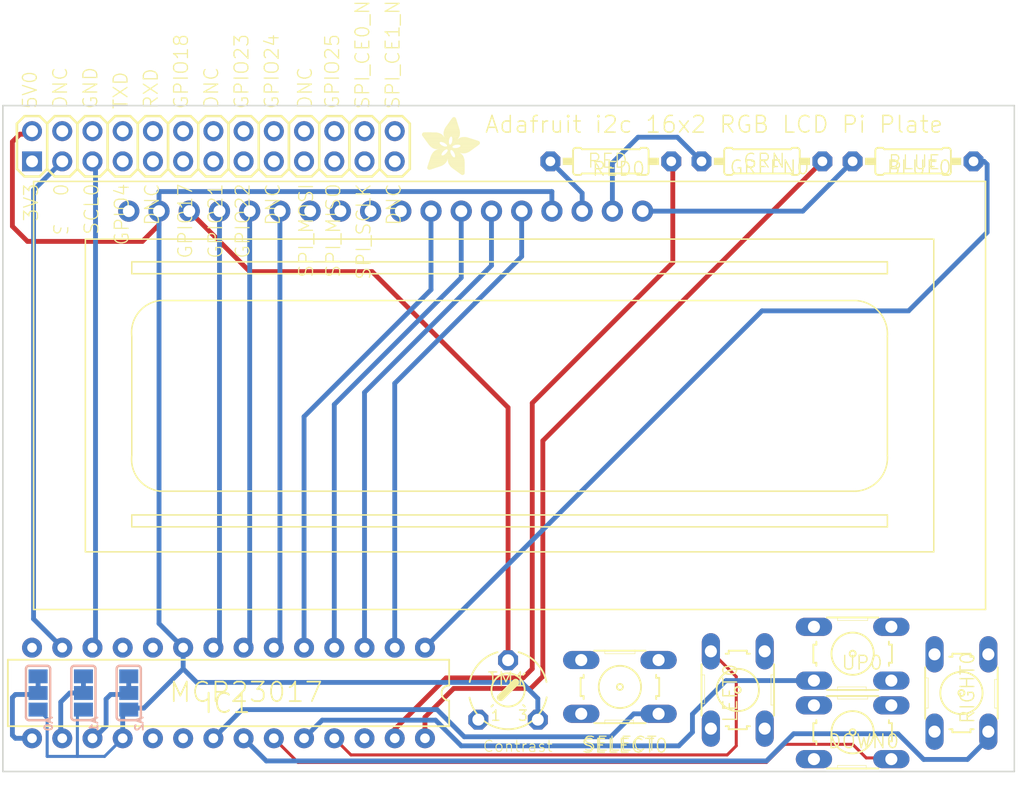
<source format=kicad_pcb>
(kicad_pcb (version 20211014) (generator pcbnew)
  (layers (0 "F.Cu" signal) (1 "In1.Cu" signal) (2 "In2.Cu" signal) (3 "In3.Cu" signal) (4 "In4.Cu" signal) (5 "In5.Cu" signal) (6 "In6.Cu" signal) (7 "In7.Cu" signal) (8 "In8.Cu" signal) (9 "In9.Cu" signal) (10 "In10.Cu" signal) (11 "In11.Cu" signal) (12 "In12.Cu" signal) (13 "In13.Cu" signal) (14 "In14.Cu" signal) (31 "B.Cu" signal) (34 "B.Paste" user) (35 "F.Paste" user) (36 "B.SilkS" user "B.Silkscreen") (37 "F.SilkS" user "F.Silkscreen") (38 "B.Mask" user) (39 "F.Mask" user) (44 "Edge.Cuts" user))
  (net 0 "")
  (net 1 "GND")
  (net 2 "+5V")
  (net 3 "SCL")
  (net 4 "SDA")
  (net 5 "N$2")
  (net 6 "N$3")
  (net 7 "N$4")
  (net 8 "N$5")
  (net 9 "GPA0")
  (net 10 "GPA1")
  (net 11 "GPA2")
  (net 12 "GPA3")
  (net 13 "GPA4")
  (net 14 "GPA6")
  (net 15 "GPA7")
  (net 16 "GPB0")
  (net 17 "GPB1")
  (net 18 "GPB2")
  (net 19 "GPB3")
  (net 20 "GPB4")
  (net 21 "GPB5")
  (net 22 "GPB6")
  (net 23 "GPB7")
  (footprint "boardEagle:DIL28-3-ROUND" (layer "F.Cu") (at 124.9611 126.3996 180)
    (fp_text reference "IC1" (at 2.159 -0.8636) (layer "F.SilkS") (effects (font (size 1.61798 1.61798) (thickness 0.16002)) (justify left)))
    (fp_text value "MCP23017SP2")
    (pad "1" thru_hole circle (at -16.51 3.81 270) (size 1.6764 1.6764) (drill 0.8128) (layers *.Cu *.Mask) (net 16 "GPB0"))
    (pad "2" thru_hole circle (at -13.97 3.81 270) (size 1.6764 1.6764) (drill 0.8128) (layers *.Cu *.Mask) (net 17 "GPB1"))
    (pad "3" thru_hole circle (at -11.43 3.81 270) (size 1.6764 1.6764) (drill 0.8128) (layers *.Cu *.Mask) (net 18 "GPB2"))
    (pad "4" thru_hole circle (at -8.89 3.81 270) (size 1.6764 1.6764) (drill 0.8128) (layers *.Cu *.Mask) (net 19 "GPB3"))
    (pad "5" thru_hole circle (at -6.35 3.81 270) (size 1.6764 1.6764) (drill 0.8128) (layers *.Cu *.Mask) (net 20 "GPB4"))
    (pad "6" thru_hole circle (at -3.81 3.81 270) (size 1.6764 1.6764) (drill 0.8128) (layers *.Cu *.Mask) (net 21 "GPB5"))
    (pad "7" thru_hole circle (at -1.27 3.81 270) (size 1.6764 1.6764) (drill 0.8128) (layers *.Cu *.Mask) (net 22 "GPB6"))
    (pad "8" thru_hole circle (at 1.27 3.81 270) (size 1.6764 1.6764) (drill 0.8128) (layers *.Cu *.Mask) (net 23 "GPB7"))
    (pad "9" thru_hole circle (at 3.81 3.81 270) (size 1.6764 1.6764) (drill 0.8128) (layers *.Cu *.Mask) (net 2 "+5V"))
    (pad "10" thru_hole circle (at 6.35 3.81 270) (size 1.6764 1.6764) (drill 0.8128) (layers *.Cu *.Mask) (net 1 "GND"))
    (pad "11" thru_hole circle (at 8.89 3.81 270) (size 1.6764 1.6764) (drill 0.8128) (layers *.Cu *.Mask))
    (pad "12" thru_hole circle (at 11.43 3.81 270) (size 1.6764 1.6764) (drill 0.8128) (layers *.Cu *.Mask) (net 3 "SCL"))
    (pad "13" thru_hole circle (at 13.97 3.81 270) (size 1.6764 1.6764) (drill 0.8128) (layers *.Cu *.Mask) (net 4 "SDA"))
    (pad "14" thru_hole circle (at 16.51 3.81 270) (size 1.6764 1.6764) (drill 0.8128) (layers *.Cu *.Mask))
    (pad "15" thru_hole circle (at 16.51 -3.81 270) (size 1.6764 1.6764) (drill 0.8128) (layers *.Cu *.Mask) (net 1 "GND"))
    (pad "16" thru_hole circle (at 13.97 -3.81 270) (size 1.6764 1.6764) (drill 0.8128) (layers *.Cu *.Mask) (net 1 "GND"))
    (pad "17" thru_hole circle (at 11.43 -3.81 270) (size 1.6764 1.6764) (drill 0.8128) (layers *.Cu *.Mask) (net 1 "GND"))
    (pad "18" thru_hole circle (at 8.89 -3.81 270) (size 1.6764 1.6764) (drill 0.8128) (layers *.Cu *.Mask) (net 2 "+5V"))
    (pad "19" thru_hole circle (at 6.35 -3.81 270) (size 1.6764 1.6764) (drill 0.8128) (layers *.Cu *.Mask))
    (pad "20" thru_hole circle (at 3.81 -3.81 270) (size 1.6764 1.6764) (drill 0.8128) (layers *.Cu *.Mask))
    (pad "21" thru_hole circle (at 1.27 -3.81 270) (size 1.6764 1.6764) (drill 0.8128) (layers *.Cu *.Mask) (net 9 "GPA0"))
    (pad "22" thru_hole circle (at -1.27 -3.81 270) (size 1.6764 1.6764) (drill 0.8128) (layers *.Cu *.Mask) (net 10 "GPA1"))
    (pad "23" thru_hole circle (at -3.81 -3.81 270) (size 1.6764 1.6764) (drill 0.8128) (layers *.Cu *.Mask) (net 11 "GPA2"))
    (pad "24" thru_hole circle (at -6.35 -3.81 270) (size 1.6764 1.6764) (drill 0.8128) (layers *.Cu *.Mask) (net 12 "GPA3"))
    (pad "25" thru_hole circle (at -8.89 -3.81 270) (size 1.6764 1.6764) (drill 0.8128) (layers *.Cu *.Mask) (net 13 "GPA4"))
    (pad "26" thru_hole circle (at -11.43 -3.81 270) (size 1.6764 1.6764) (drill 0.8128) (layers *.Cu *.Mask))
    (pad "27" thru_hole circle (at -13.97 -3.81 270) (size 1.6764 1.6764) (drill 0.8128) (layers *.Cu *.Mask) (net 14 "GPA6"))
    (pad "28" thru_hole circle (at -16.51 -3.81 270) (size 1.6764 1.6764) (drill 0.8128) (layers *.Cu *.Mask) (net 15 "GPA7"))
  )
  (footprint "boardEagle:0207_10" (layer "F.Cu") (at 182.4921 81.6956)
    (fp_text reference "BLUE0" (at -2.286 0.508) (layer "F.SilkS") (effects (font (size 1.1557 1.1557) (thickness 0.1143)) (justify left)))
    (fp_text value "220")
    (pad "1" thru_hole roundrect (at -5.08 0) (size 1.6764 1.6764) (drill 0.8128) (layers *.Cu *.Mask) (chamfer_ratio 0.2928932188) (chamfer top_left top_right bottom_left bottom_right) (net 5 "N$2"))
    (pad "2" thru_hole roundrect (at 5.08 0) (size 1.6764 1.6764) (drill 0.8128) (layers *.Cu *.Mask) (chamfer_ratio 0.2928932188) (chamfer top_left top_right bottom_left bottom_right) (net 16 "GPB0"))
  )
  (footprint "boardEagle:RASBERRYPI_SHIELD" (layer "F.Cu") (at 191.0011 133.0036 90)
    (fp_text reference "U$4" hide)
    (fp_text value "RASPBERRYPI_BB" hide)
    (fp_text user "GND" (at 55.626 -76.962 90) (layer "F.SilkS") (effects (font (size 1.1684 1.1684) (thickness 0.1016)) (justify left bottom)))
    (fp_text user "SPI_CE1_N" (at 55.626 -51.562 90) (layer "F.SilkS") (effects (font (size 1.1684 1.1684) (thickness 0.1016)) (justify left bottom)))
    (fp_text user "GPIO17" (at 49.53 -70.358 90) (layer "F.SilkS") (effects (font (size 1.1684 1.1684) (thickness 0.1016)) (justify right top)))
    (fp_text user "DNC" (at 49.53 -52.832 90) (layer "F.SilkS") (effects (font (size 1.1684 1.1684) (thickness 0.1016)) (justify right top)))
    (fp_text user "DNC" (at 55.626 -66.802 90) (layer "F.SilkS") (effects (font (size 1.1684 1.1684) (thickness 0.1016)) (justify left bottom)))
    (fp_text user "GPIO25" (at 55.626 -56.642 90) (layer "F.SilkS") (effects (font (size 1.1684 1.1684) (thickness 0.1016)) (justify left bottom)))
    (fp_text user "GPIO4" (at 49.53 -75.692 90) (layer "F.SilkS") (effects (font (size 1.1684 1.1684) (thickness 0.1016)) (justify right top)))
    (fp_text user "GPIO21" (at 49.53 -67.818 90) (layer "F.SilkS") (effects (font (size 1.1684 1.1684) (thickness 0.1016)) (justify right top)))
    (fp_text user "SPI_SCLK" (at 49.53 -55.372 90) (layer "F.SilkS") (effects (font (size 1.1684 1.1684) (thickness 0.1016)) (justify right top)))
    (fp_text user "SCL0" (at 49.53 -78.232 90) (layer "F.SilkS") (effects (font (size 1.1684 1.1684) (thickness 0.1016)) (justify right top)))
    (fp_text user "GPIO22" (at 49.53 -65.532 90) (layer "F.SilkS") (effects (font (size 1.1684 1.1684) (thickness 0.1016)) (justify right top)))
    (fp_text user "TXD" (at 55.626 -74.422 90) (layer "F.SilkS") (effects (font (size 1.1684 1.1684) (thickness 0.1016)) (justify left bottom)))
    (fp_text user "RXD" (at 55.626 -71.882 90) (layer "F.SilkS") (effects (font (size 1.1684 1.1684) (thickness 0.1016)) (justify left bottom)))
    (fp_text user "GPIO18" (at 55.626 -69.342 90) (layer "F.SilkS") (effects (font (size 1.1684 1.1684) (thickness 0.1016)) (justify left bottom)))
    (fp_text user "DNC" (at 49.53 -62.992 90) (layer "F.SilkS") (effects (font (size 1.1684 1.1684) (thickness 0.1016)) (justify right top)))
    (fp_text user "5V0" (at 55.626 -82.042 90) (layer "F.SilkS") (effects (font (size 1.1684 1.1684) (thickness 0.1016)) (justify left bottom)))
    (fp_text user "SPI_MOSI" (at 49.53 -60.198 90) (layer "F.SilkS") (effects (font (size 1.1684 1.1684) (thickness 0.1016)) (justify right top)))
    (fp_text user "DNC" (at 55.626 -58.928 90) (layer "F.SilkS") (effects (font (size 1.1684 1.1684) (thickness 0.1016)) (justify left bottom)))
    (fp_text user "GPIO24" (at 55.626 -61.722 90) (layer "F.SilkS") (effects (font (size 1.1684 1.1684) (thickness 0.1016)) (justify left bottom)))
    (fp_text user "SPI_MISO" (at 49.53 -57.912 90) (layer "F.SilkS") (effects (font (size 1.1684 1.1684) (thickness 0.1016)) (justify right top)))
    (fp_text user "DNC" (at 49.53 -73.152 90) (layer "F.SilkS") (effects (font (size 1.1684 1.1684) (thickness 0.1016)) (justify right top)))
    (fp_text user "3V3" (at 49.53 -83.312 90) (layer "F.SilkS") (effects (font (size 1.1684 1.1684) (thickness 0.1016)) (justify right top)))
    (fp_text user "SPI_CE0_N" (at 55.626 -54.102 90) (layer "F.SilkS") (effects (font (size 1.1684 1.1684) (thickness 0.1016)) (justify left bottom)))
    (fp_text user "DNC" (at 55.626 -79.502 90) (layer "F.SilkS") (effects (font (size 1.1684 1.1684) (thickness 0.1016)) (justify left bottom)))
    (fp_text user "GPIO23" (at 55.626 -64.262 90) (layer "F.SilkS") (effects (font (size 1.1684 1.1684) (thickness 0.1016)) (justify left bottom)))
    (fp_text user "SDA0" (at 49.53 -80.772 90) (layer "F.SilkS") (effects (font (size 1.1684 1.1684) (thickness 0.1016)) (justify right top)))
    (fp_line (start 0 -85) (end 56 -85) (layer "Edge.Cuts") (width 0.127))
    (fp_line (start 56 0) (end 0 0) (layer "Edge.Cuts") (width 0.127))
    (fp_line (start 0 0) (end 0 -85) (layer "Edge.Cuts") (width 0.127))
    (fp_line (start 56 -85) (end 56 0) (layer "Edge.Cuts") (width 0.127))
    (pad "1" thru_hole rect (at 51.308 -82.55) (size 1.6764 1.6764) (drill 1) (layers *.Cu *.Mask))
    (pad "2" thru_hole circle (at 53.848 -82.55) (size 1.6764 1.6764) (drill 1) (layers *.Cu *.Mask) (net 2 "+5V"))
    (pad "3" thru_hole circle (at 51.308 -80.01) (size 1.6764 1.6764) (drill 1) (layers *.Cu *.Mask) (net 4 "SDA"))
    (pad "4" thru_hole circle (at 53.848 -80.01) (size 1.6764 1.6764) (drill 1) (layers *.Cu *.Mask))
    (pad "5" thru_hole circle (at 51.308 -77.47) (size 1.6764 1.6764) (drill 1) (layers *.Cu *.Mask) (net 3 "SCL"))
    (pad "6" thru_hole circle (at 53.848 -77.47) (size 1.6764 1.6764) (drill 1) (layers *.Cu *.Mask) (net 1 "GND"))
    (pad "7" thru_hole circle (at 51.308 -74.93) (size 1.6764 1.6764) (drill 1) (layers *.Cu *.Mask))
    (pad "8" thru_hole circle (at 53.848 -74.93) (size 1.6764 1.6764) (drill 1) (layers *.Cu *.Mask))
    (pad "9" thru_hole circle (at 51.308 -72.39) (size 1.6764 1.6764) (drill 1) (layers *.Cu *.Mask))
    (pad "10" thru_hole circle (at 53.848 -72.39) (size 1.6764 1.6764) (drill 1) (layers *.Cu *.Mask))
    (pad "11" thru_hole circle (at 51.308 -69.85) (size 1.6764 1.6764) (drill 1) (layers *.Cu *.Mask))
    (pad "12" thru_hole circle (at 53.848 -69.85) (size 1.6764 1.6764) (drill 1) (layers *.Cu *.Mask))
    (pad "13" thru_hole circle (at 51.308 -67.31) (size 1.6764 1.6764) (drill 1) (layers *.Cu *.Mask))
    (pad "14" thru_hole circle (at 53.848 -67.31) (size 1.6764 1.6764) (drill 1) (layers *.Cu *.Mask))
    (pad "15" thru_hole circle (at 51.308 -64.77) (size 1.6764 1.6764) (drill 1) (layers *.Cu *.Mask))
    (pad "16" thru_hole circle (at 53.848 -64.77) (size 1.6764 1.6764) (drill 1) (layers *.Cu *.Mask))
    (pad "17" thru_hole circle (at 51.308 -62.23) (size 1.6764 1.6764) (drill 1) (layers *.Cu *.Mask))
    (pad "18" thru_hole circle (at 53.848 -62.23) (size 1.6764 1.6764) (drill 1) (layers *.Cu *.Mask))
    (pad "19" thru_hole circle (at 51.308 -59.69) (size 1.6764 1.6764) (drill 1) (layers *.Cu *.Mask))
    (pad "20" thru_hole circle (at 53.848 -59.69) (size 1.6764 1.6764) (drill 1) (layers *.Cu *.Mask))
    (pad "21" thru_hole circle (at 51.308 -57.15) (size 1.6764 1.6764) (drill 1) (layers *.Cu *.Mask))
    (pad "22" thru_hole circle (at 53.848 -57.15) (size 1.6764 1.6764) (drill 1) (layers *.Cu *.Mask))
    (pad "23" thru_hole circle (at 51.308 -54.61) (size 1.6764 1.6764) (drill 1) (layers *.Cu *.Mask))
    (pad "24" thru_hole circle (at 53.848 -54.61) (size 1.6764 1.6764) (drill 1) (layers *.Cu *.Mask))
    (pad "25" thru_hole circle (at 51.308 -52.07) (size 1.6764 1.6764) (drill 1) (layers *.Cu *.Mask))
    (pad "26" thru_hole circle (at 53.848 -52.07) (size 1.6764 1.6764) (drill 1) (layers *.Cu *.Mask))
  )
  (footprint "boardEagle:0207_10" (layer "F.Cu") (at 169.7921 81.6956 180)
    (fp_text reference "GREEN0" (at 2.794 -0.508) (layer "F.SilkS") (effects (font (size 1.1557 1.1557) (thickness 0.1143)) (justify left)))
    (fp_text value "330")
    (pad "1" thru_hole roundrect (at -5.08 0 180) (size 1.6764 1.6764) (drill 0.8128) (layers *.Cu *.Mask) (chamfer_ratio 0.2928932188) (chamfer top_left top_right bottom_left bottom_right) (net 15 "GPA7"))
    (pad "2" thru_hole roundrect (at 5.08 0 180) (size 1.6764 1.6764) (drill 0.8128) (layers *.Cu *.Mask) (chamfer_ratio 0.2928932188) (chamfer top_left top_right bottom_left bottom_right) (net 6 "N$3"))
  )
  (footprint "boardEagle:0207_10" (layer "F.Cu") (at 157.0921 81.6956)
    (fp_text reference "RED0" (at -1.651 0.635) (layer "F.SilkS") (effects (font (size 1.1557 1.1557) (thickness 0.1143)) (justify left)))
    (fp_text value "220")
    (pad "1" thru_hole roundrect (at -5.08 0) (size 1.6764 1.6764) (drill 0.8128) (layers *.Cu *.Mask) (chamfer_ratio 0.2928932188) (chamfer top_left top_right bottom_left bottom_right) (net 7 "N$4"))
    (pad "2" thru_hole roundrect (at 5.08 0) (size 1.6764 1.6764) (drill 0.8128) (layers *.Cu *.Mask) (chamfer_ratio 0.2928932188) (chamfer top_left top_right bottom_left bottom_right) (net 14 "GPA6"))
  )
  (footprint "boardEagle:LCD1602-RGB" (layer "F.Cu") (at 148.5831 101.3806)
    (fp_text reference "U$1" hide)
    (fp_text value "HD44780LCD_RGBLONGPINS" hide)
    (pad "" np_thru_hole circle (at 37.5 -15.5) (size 2.8 2.8) (drill 2.8) (layers *.Cu *.Mask))
    (pad "" np_thru_hole circle (at -37.5 -15.5) (size 2.8 2.8) (drill 2.8) (layers *.Cu *.Mask))
    (pad "" np_thru_hole circle (at -37.5 15.5) (size 2.8 2.8) (drill 2.8) (layers *.Cu *.Mask))
    (pad "" np_thru_hole circle (at 37.5 15.5) (size 2.8 2.8) (drill 2.8) (layers *.Cu *.Mask))
    (pad "1" thru_hole circle (at -32 -15.5 90) (size 1.778 1.778) (drill 1) (layers *.Cu *.Mask) (net 1 "GND"))
    (pad "2" thru_hole circle (at -29.46 -15.5 90) (size 1.778 1.778) (drill 1) (layers *.Cu *.Mask) (net 2 "+5V"))
    (pad "3" thru_hole circle (at -26.92 -15.5 90) (size 1.778 1.778) (drill 1) (layers *.Cu *.Mask) (net 8 "N$5"))
    (pad "4" thru_hole circle (at -24.38 -15.5 90) (size 1.778 1.778) (drill 1) (layers *.Cu *.Mask) (net 23 "GPB7"))
    (pad "5" thru_hole circle (at -21.84 -15.5 90) (size 1.778 1.778) (drill 1) (layers *.Cu *.Mask) (net 22 "GPB6"))
    (pad "6" thru_hole circle (at -19.3 -15.5 90) (size 1.778 1.778) (drill 1) (layers *.Cu *.Mask) (net 21 "GPB5"))
    (pad "7" thru_hole circle (at -16.76 -15.5 90) (size 1.778 1.778) (drill 1) (layers *.Cu *.Mask))
    (pad "8" thru_hole circle (at -14.22 -15.5 90) (size 1.778 1.778) (drill 1) (layers *.Cu *.Mask))
    (pad "9" thru_hole circle (at -11.68 -15.5 90) (size 1.778 1.778) (drill 1) (layers *.Cu *.Mask))
    (pad "10" thru_hole circle (at -9.14 -15.5 90) (size 1.778 1.778) (drill 1) (layers *.Cu *.Mask))
    (pad "11" thru_hole circle (at -6.6 -15.5 90) (size 1.778 1.778) (drill 1) (layers *.Cu *.Mask) (net 20 "GPB4"))
    (pad "12" thru_hole circle (at -4.06 -15.5 90) (size 1.778 1.778) (drill 1) (layers *.Cu *.Mask) (net 19 "GPB3"))
    (pad "13" thru_hole circle (at -1.52 -15.5 90) (size 1.778 1.778) (drill 1) (layers *.Cu *.Mask) (net 18 "GPB2"))
    (pad "14" thru_hole circle (at 1.02 -15.5 90) (size 1.778 1.778) (drill 1) (layers *.Cu *.Mask) (net 17 "GPB1"))
    (pad "15" thru_hole circle (at 3.56 -15.5 90) (size 1.778 1.778) (drill 1) (layers *.Cu *.Mask) (net 2 "+5V"))
    (pad "16" thru_hole circle (at 6.1 -15.5 90) (size 1.778 1.778) (drill 1) (layers *.Cu *.Mask) (net 7 "N$4"))
    (pad "17" thru_hole circle (at 8.64 -15.5 90) (size 1.778 1.778) (drill 1) (layers *.Cu *.Mask) (net 6 "N$3"))
    (pad "18" thru_hole circle (at 11.18 -15.5 90) (size 1.778 1.778) (drill 1) (layers *.Cu *.Mask) (net 5 "N$2"))
  )
  (footprint "boardEagle:6MM" (layer "F.Cu") (at 148.4561 126.1456)
    (fp_text reference "TM1" (at 1.651 -0.889) (layer "F.SilkS") (effects (font (size 1.1557 1.1557) (thickness 0.1143)) (justify right)))
    (fp_text value "10K")
    (fp_text user "1" (at -1.524 2.667) (layer "F.SilkS") (effects (font (size 0.871728 0.871728) (thickness 0.118872)) (justify left bottom)))
    (fp_text user "3" (at 0.762 2.667) (layer "F.SilkS") (effects (font (size 0.871728 0.871728) (thickness 0.118872)) (justify left bottom)))
    (pad "A" thru_hole roundrect (at -2.5 2.5) (size 1.6764 1.6764) (drill 1) (layers *.Cu *.Mask) (chamfer_ratio 0.2928932188) (chamfer top_left top_right bottom_left bottom_right) (net 1 "GND"))
    (pad "E" thru_hole roundrect (at 2.5 2.5) (size 1.6764 1.6764) (drill 1) (layers *.Cu *.Mask) (chamfer_ratio 0.2928932188) (chamfer top_left top_right bottom_left bottom_right) (net 2 "+5V"))
    (pad "S" thru_hole roundrect (at 0 -2.5) (size 1.6764 1.6764) (drill 1) (layers *.Cu *.Mask) (chamfer_ratio 0.2928932188) (chamfer top_left top_right bottom_left bottom_right) (net 8 "N$5"))
  )
  (footprint "boardEagle:B3F-10XX" (layer "F.Cu") (at 167.7601 126.1456 -90)
    (fp_text reference "LEFT0" (at -2.286 0.635 90) (layer "F.SilkS") (effects (font (size 1.1557 1.1557) (thickness 0.1143)) (justify right)))
    (fp_text value "")
    (pad "1" thru_hole oval (at -3.2512 -2.2606 270) (size 3.048 1.524) (drill 1.016) (layers *.Cu *.Mask))
    (pad "2" thru_hole oval (at 3.2512 -2.2606 270) (size 3.048 1.524) (drill 1.016) (layers *.Cu *.Mask) (net 1 "GND"))
    (pad "3" thru_hole oval (at -3.2512 2.2606 270) (size 3.048 1.524) (drill 1.016) (layers *.Cu *.Mask) (net 13 "GPA4"))
    (pad "4" thru_hole oval (at 3.2512 2.2606 270) (size 3.048 1.524) (drill 1.016) (layers *.Cu *.Mask))
  )
  (footprint "boardEagle:B3F-10XX" (layer "F.Cu") (at 177.4121 123.0976)
    (fp_text reference "UP0" (at -1.016 0.762) (layer "F.SilkS") (effects (font (size 1.1557 1.1557) (thickness 0.1143)) (justify left)))
    (fp_text value "")
    (pad "1" thru_hole oval (at -3.2512 -2.2606) (size 3.048 1.524) (drill 1.016) (layers *.Cu *.Mask))
    (pad "2" thru_hole oval (at 3.2512 -2.2606) (size 3.048 1.524) (drill 1.016) (layers *.Cu *.Mask) (net 1 "GND"))
    (pad "3" thru_hole oval (at -3.2512 2.2606) (size 3.048 1.524) (drill 1.016) (layers *.Cu *.Mask) (net 12 "GPA3"))
    (pad "4" thru_hole oval (at 3.2512 2.2606) (size 3.048 1.524) (drill 1.016) (layers *.Cu *.Mask))
  )
  (footprint "boardEagle:B3F-10XX" (layer "F.Cu") (at 186.5561 126.3996 90)
    (fp_text reference "RIGHT0" (at -2.667 0.508 90) (layer "F.SilkS") (effects (font (size 1.1557 1.1557) (thickness 0.1143)) (justify left)))
    (fp_text value "")
    (pad "1" thru_hole oval (at -3.2512 -2.2606 90) (size 3.048 1.524) (drill 1.016) (layers *.Cu *.Mask))
    (pad "2" thru_hole oval (at 3.2512 -2.2606 90) (size 3.048 1.524) (drill 1.016) (layers *.Cu *.Mask) (net 1 "GND"))
    (pad "3" thru_hole oval (at -3.2512 2.2606 90) (size 3.048 1.524) (drill 1.016) (layers *.Cu *.Mask) (net 10 "GPA1"))
    (pad "4" thru_hole oval (at 3.2512 2.2606 90) (size 3.048 1.524) (drill 1.016) (layers *.Cu *.Mask))
  )
  (footprint "boardEagle:B3F-10XX" (layer "F.Cu") (at 157.8541 125.8916)
    (fp_text reference "SELECT0" (at -3.302 4.953) (layer "F.SilkS") (effects (font (size 1.1557 1.1557) (thickness 0.1143)) (justify left)))
    (fp_text value "")
    (pad "1" thru_hole oval (at -3.2512 -2.2606) (size 3.048 1.524) (drill 1.016) (layers *.Cu *.Mask))
    (pad "2" thru_hole oval (at 3.2512 -2.2606) (size 3.048 1.524) (drill 1.016) (layers *.Cu *.Mask) (net 1 "GND"))
    (pad "3" thru_hole oval (at -3.2512 2.2606) (size 3.048 1.524) (drill 1.016) (layers *.Cu *.Mask))
    (pad "4" thru_hole oval (at 3.2512 2.2606) (size 3.048 1.524) (drill 1.016) (layers *.Cu *.Mask) (net 9 "GPA0"))
  )
  (footprint "boardEagle:B3F-10XX" (layer "F.Cu") (at 177.4121 129.7016)
    (fp_text reference "DOWN0" (at -2.159 0.762) (layer "F.SilkS") (effects (font (size 1.1557 1.1557) (thickness 0.1143)) (justify left)))
    (fp_text value "")
    (pad "1" thru_hole oval (at -3.2512 -2.2606) (size 3.048 1.524) (drill 1.016) (layers *.Cu *.Mask))
    (pad "2" thru_hole oval (at 3.2512 -2.2606) (size 3.048 1.524) (drill 1.016) (layers *.Cu *.Mask) (net 1 "GND"))
    (pad "3" thru_hole oval (at -3.2512 2.2606) (size 3.048 1.524) (drill 1.016) (layers *.Cu *.Mask))
    (pad "4" thru_hole oval (at 3.2512 2.2606) (size 3.048 1.524) (drill 1.016) (layers *.Cu *.Mask) (net 11 "GPA2"))
  )
  (footprint "boardEagle:ADAFRUIT_5MM" (layer "F.Cu") (at 141.2171 82.8386)
    (fp_text reference "U$2" hide)
    (fp_text value "" hide)
  )
  (footprint "boardEagle:SOLDERJUMPER_2WAY_OPEN_NOPASTE" (layer "B.Cu") (at 108.9591 126.3996 90)
    (fp_text reference "A0" (at -1.905 1.27 270) (layer "B.SilkS") (effects (font (size 0.666496 0.666496) (thickness 0.146304)) (justify left bottom mirror)))
    (fp_text value "")
    (pad "1" smd rect (at -1.397 0 90) (size 1.1684 1.6002) (layers "B.Cu" "B.Mask") (net 2 "+5V"))
    (pad "2" smd rect (at 0 0 90) (size 1.1684 1.6002) (layers "B.Cu" "B.Paste" "B.Mask") (net 1 "GND"))
    (pad "3" smd rect (at 1.397 0 90) (size 1.1684 1.6002) (layers "B.Cu" "B.Mask") (net 1 "GND"))
  )
  (footprint "boardEagle:SOLDERJUMPER_2WAY_OPEN_NOPASTE" (layer "B.Cu") (at 112.7691 126.3996 90)
    (fp_text reference "A1" (at -1.905 1.27 270) (layer "B.SilkS") (effects (font (size 0.666496 0.666496) (thickness 0.146304)) (justify left bottom mirror)))
    (fp_text value "")
    (pad "1" smd rect (at -1.397 0 90) (size 1.1684 1.6002) (layers "B.Cu" "B.Mask") (net 2 "+5V"))
    (pad "2" smd rect (at 0 0 90) (size 1.1684 1.6002) (layers "B.Cu" "B.Paste" "B.Mask") (net 1 "GND"))
    (pad "3" smd rect (at 1.397 0 90) (size 1.1684 1.6002) (layers "B.Cu" "B.Mask") (net 1 "GND"))
  )
  (footprint "boardEagle:SOLDERJUMPER_2WAY_OPEN_NOPASTE" (layer "B.Cu") (at 116.5791 126.3996 90)
    (fp_text reference "A2" (at -1.905 1.27 270) (layer "B.SilkS") (effects (font (size 0.666496 0.666496) (thickness 0.146304)) (justify left bottom mirror)))
    (fp_text value "")
    (pad "1" smd rect (at -1.397 0 90) (size 1.1684 1.6002) (layers "B.Cu" "B.Mask") (net 2 "+5V"))
    (pad "2" smd rect (at 0 0 90) (size 1.1684 1.6002) (layers "B.Cu" "B.Paste" "B.Mask") (net 1 "GND"))
    (pad "3" smd rect (at 1.397 0 90) (size 1.1684 1.6002) (layers "B.Cu" "B.Mask") (net 1 "GND"))
  )
  (gr_text "RED" (at 155.0601 82.3306) (layer "F.SilkS") (effects (font (size 1.1684 1.1684) (thickness 0.1016)) (justify left bottom)))
  (gr_text "MCP23017" (at 119.8811 127.2886) (layer "F.SilkS") (effects (font (size 1.63576 1.63576) (thickness 0.14224)) (justify left bottom)))
  (gr_text "Contrast" (at 152.2661 130.3366) (layer "F.SilkS") (effects (font (size 0.93472 0.93472) (thickness 0.08128)) (justify right top)))
  (gr_text "Adafruit i2c 16x2 RGB LCD Pi Plate" (at 146.4241 79.4096) (layer "F.SilkS") (effects (font (size 1.40208 1.40208) (thickness 0.12192)) (justify left bottom)))
  (gr_text "BLUE" (at 180.3331 82.4576) (layer "F.SilkS") (effects (font (size 1.1684 1.1684) (thickness 0.1016)) (justify left bottom)))
  (gr_text "SELECT" (at 154.6791 131.3526) (layer "F.SilkS") (effects (font (size 1.1684 1.1684) (thickness 0.1016)) (justify left bottom)))
  (gr_text "GRN" (at 168.1411 82.3306) (layer "F.SilkS") (effects (font (size 1.1684 1.1684) (thickness 0.1016)) (justify left bottom)))
  (segment (start 106.8001 126.7806) (end 106.8001 129.9556) (width 0.4064) (layer "B.Cu") (net 1))
  (segment (start 108.9591 126.3996) (end 108.9591 125.0026) (width 0.4064) (layer "B.Cu") (net 1))
  (segment (start 110.8641 127.1616) (end 111.6261 126.3996) (width 0.4064) (layer "B.Cu") (net 1))
  (segment (start 115.0551 126.5266) (end 116.4521 126.5266) (width 0.4064) (layer "B.Cu") (net 1))
  (segment (start 106.8001 129.9556) (end 107.0541 130.2096) (width 0.4064) (layer "B.Cu") (net 1))
  (segment (start 107.0541 130.2096) (end 108.4511 130.2096) (width 0.4064) (layer "B.Cu") (net 1))
  (segment (start 108.9591 126.3996) (end 108.8321 126.5266) (width 0.4064) (layer "B.Cu") (net 1))
  (segment (start 107.0541 126.5266) (end 106.8001 126.7806) (width 0.4064) (layer "B.Cu") (net 1))
  (segment (start 116.4521 126.5266) (end 116.5791 126.3996) (width 0.4064) (layer "B.Cu") (net 1))
  (segment (start 110.8641 130.0826) (end 110.8641 127.1616) (width 0.4064) (layer "B.Cu") (net 1))
  (segment (start 113.6581 130.2096) (end 114.6741 129.1936) (width 0.4064) (layer "B.Cu") (net 1))
  (segment (start 114.6741 129.1936) (end 114.6741 126.9076) (width 0.4064) (layer "B.Cu") (net 1))
  (segment (start 112.7691 126.3996) (end 112.7691 125.0026) (width 0.4064) (layer "B.Cu") (net 1))
  (segment (start 116.5791 126.3996) (end 116.5791 125.0026) (width 0.4064) (layer "B.Cu") (net 1))
  (segment (start 114.6741 126.9076) (end 115.0551 126.5266) (width 0.4064) (layer "B.Cu") (net 1))
  (segment (start 111.6261 126.3996) (end 112.7691 126.3996) (width 0.4064) (layer "B.Cu") (net 1))
  (segment (start 108.8321 126.5266) (end 107.0541 126.5266) (width 0.4064) (layer "B.Cu") (net 1))
  (segment (start 113.5311 130.2096) (end 113.6581 130.2096) (width 0.4064) (layer "B.Cu") (net 1))
  (segment (start 110.9911 130.2096) (end 110.8641 130.0826) (width 0.4064) (layer "B.Cu") (net 1))
  (segment (start 117.7221 88.4266) (end 108.0701 88.4266) (width 0.4064) (layer "F.Cu") (net 2))
  (segment (start 119.1231 87.0256) (end 117.7221 88.4266) (width 0.4064) (layer "F.Cu") (net 2))
  (segment (start 119.1231 85.8806) (end 119.1231 87.0256) (width 0.4064) (layer "F.Cu") (net 2))
  (segment (start 106.8001 87.1566) (end 106.8001 80.0446) (width 0.4064) (layer "F.Cu") (net 2))
  (segment (start 108.0701 88.4266) (end 106.8001 87.1566) (width 0.4064) (layer "F.Cu") (net 2))
  (segment (start 108.1971 79.4096) (end 108.4511 79.1556) (width 0.4064) (layer "F.Cu") (net 2))
  (segment (start 106.8001 80.0446) (end 107.4351 79.4096) (width 0.4064) (layer "F.Cu") (net 2))
  (segment (start 107.4351 79.4096) (end 108.1971 79.4096) (width 0.4064) (layer "F.Cu") (net 2))
  (segment (start 149.5991 125.5106) (end 150.9561 126.8676) (width 0.4064) (layer "B.Cu") (net 2))
  (segment (start 121.1511 124.3676) (end 117.8491 127.6696) (width 0.4064) (layer "B.Cu") (net 2))
  (segment (start 112.2611 131.7336) (end 112.2611 128.3046) (width 0.254) (layer "B.Cu") (net 2))
  (segment (start 152.1391 84.2356) (end 152.1391 85.8806) (width 0.4064) (layer "B.Cu") (net 2))
  (segment (start 122.2941 125.5106) (end 149.5991 125.5106) (width 0.4064) (layer "B.Cu") (net 2))
  (segment (start 108.9591 127.7966) (end 109.7211 128.5586) (width 0.254) (layer "B.Cu") (net 2))
  (segment (start 114.5471 131.7336) (end 112.2611 131.7336) (width 0.254) (layer "B.Cu") (net 2))
  (segment (start 121.1511 124.3676) (end 122.2941 125.5106) (width 0.4064) (layer "B.Cu") (net 2))
  (segment (start 150.9561 126.8676) (end 150.9561 128.6456) (width 0.4064) (layer "B.Cu") (net 2))
  (segment (start 119.1231 84.2356) (end 152.1391 84.2356) (width 0.4064) (layer "B.Cu") (net 2))
  (segment (start 112.2611 128.3046) (end 112.7691 127.7966) (width 0.254) (layer "B.Cu") (net 2))
  (segment (start 109.7211 131.7336) (end 112.2611 131.7336) (width 0.254) (layer "B.Cu") (net 2))
  (segment (start 116.0711 128.3046) (end 116.5791 127.7966) (width 0.4064) (layer "B.Cu") (net 2))
  (segment (start 116.0711 130.2096) (end 114.5471 131.7336) (width 0.254) (layer "B.Cu") (net 2))
  (segment (start 117.8491 127.6696) (end 116.7061 127.6696) (width 0.4064) (layer "B.Cu") (net 2))
  (segment (start 119.1231 85.8806) (end 119.1231 84.2356) (width 0.4064) (layer "B.Cu") (net 2))
  (segment (start 116.0711 130.2096) (end 116.0711 128.3046) (width 0.4064) (layer "B.Cu") (net 2))
  (segment (start 121.1511 122.5896) (end 119.1231 120.5616) (width 0.4064) (layer "B.Cu") (net 2))
  (segment (start 152.1391 85.8806) (end 152.1431 85.8806) (width 0.4064) (layer "B.Cu") (net 2))
  (segment (start 116.7061 127.6696) (end 116.5791 127.7966) (width 0.4064) (layer "B.Cu") (net 2))
  (segment (start 119.1231 120.5616) (end 119.1231 85.8806) (width 0.4064) (layer "B.Cu") (net 2))
  (segment (start 121.1511 122.5896) (end 121.1511 124.3676) (width 0.4064) (layer "B.Cu") (net 2))
  (segment (start 109.7211 128.5586) (end 109.7211 131.7336) (width 0.254) (layer "B.Cu") (net 2))
  (segment (start 113.5311 81.9496) (end 113.5311 81.6956) (width 0.4064) (layer "B.Cu") (net 3))
  (segment (start 113.7851 82.2036) (end 113.5311 81.9496) (width 0.4064) (layer "B.Cu") (net 3))
  (segment (start 113.5311 122.5896) (end 113.7851 122.3356) (width 0.4064) (layer "B.Cu") (net 3))
  (segment (start 113.7851 122.3356) (end 113.7851 82.2036) (width 0.4064) (layer "B.Cu") (net 3))
  (segment (start 108.5781 120.1766) (end 108.5781 84.1086) (width 0.4064) (layer "B.Cu") (net 4))
  (segment (start 108.5781 84.1086) (end 110.9911 81.6956) (width 0.4064) (layer "B.Cu") (net 4))
  (segment (start 110.9911 122.5896) (end 108.5781 120.1766) (width 0.4064) (layer "B.Cu") (net 4))
  (segment (start 159.7631 85.8806) (end 173.2271 85.8806) (width 0.4064) (layer "B.Cu") (net 5))
  (segment (start 173.2271 85.8806) (end 177.4121 81.6956) (width 0.4064) (layer "B.Cu") (net 5))
  (segment (start 162.6801 79.6636) (end 164.7121 81.6956) (width 0.4064) (layer "B.Cu") (net 6))
  (segment (start 159.3781 79.6636) (end 162.6801 79.6636) (width 0.4064) (layer "B.Cu") (net 6))
  (segment (start 157.2231 85.8806) (end 157.2231 81.8186) (width 0.4064) (layer "B.Cu") (net 6))
  (segment (start 157.2231 81.8186) (end 159.3781 79.6636) (width 0.4064) (layer "B.Cu") (net 6))
  (segment (start 154.6831 84.3666) (end 152.0121 81.6956) (width 0.4064) (layer "B.Cu") (net 7))
  (segment (start 154.6831 85.8806) (end 154.6831 84.3666) (width 0.4064) (layer "B.Cu") (net 7))
  (segment (start 148.4561 102.3966) (end 137.0261 90.9666) (width 0.4064) (layer "F.Cu") (net 8))
  (segment (start 148.4561 123.6456) (end 148.4561 102.3966) (width 0.4064) (layer "F.Cu") (net 8))
  (segment (start 137.0261 90.9666) (end 126.7491 90.9666) (width 0.4064) (layer "F.Cu") (net 8))
  (segment (start 126.7491 90.9666) (end 121.6631 85.8806) (width 0.4064) (layer "F.Cu") (net 8))
  (segment (start 126.1041 127.7966) (end 142.4871 127.7966) (width 0.4064) (layer "B.Cu") (net 9))
  (segment (start 159.0225 128.1522) (end 161.1053 128.1522) (width 0.4064) (layer "B.Cu") (net 9))
  (segment (start 142.4871 127.7966) (end 144.7731 130.0826) (width 0.4064) (layer "B.Cu") (net 9))
  (segment (start 144.7731 130.0826) (end 157.0921 130.0826) (width 0.4064) (layer "B.Cu") (net 9))
  (segment (start 123.6911 130.2096) (end 126.1041 127.7966) (width 0.4064) (layer "B.Cu") (net 9))
  (segment (start 157.0921 130.0826) (end 159.0225 128.1522) (width 0.4064) (layer "B.Cu") (net 9))
  (segment (start 181.2221 129.8286) (end 183.3811 131.9876) (width 0.4064) (layer "B.Cu") (net 10))
  (segment (start 172.4591 129.8286) (end 181.2221 129.8286) (width 0.4064) (layer "B.Cu") (net 10))
  (segment (start 187.0641 131.9876) (end 188.8167 130.235) (width 0.4064) (layer "B.Cu") (net 10))
  (segment (start 170.1731 132.1146) (end 172.4591 129.8286) (width 0.4064) (layer "B.Cu") (net 10))
  (segment (start 183.3811 131.9876) (end 187.0641 131.9876) (width 0.4064) (layer "B.Cu") (net 10))
  (segment (start 128.1361 132.1146) (end 170.1731 132.1146) (width 0.4064) (layer "B.Cu") (net 10))
  (segment (start 126.2311 130.2096) (end 128.1361 132.1146) (width 0.4064) (layer "B.Cu") (net 10))
  (segment (start 188.8167 130.235) (end 188.8167 129.6508) (width 0.4064) (layer "B.Cu") (net 10))
  (segment (start 171.6971 130.7176) (end 177.4121 130.7176) (width 0.254) (layer "F.Cu") (net 11))
  (segment (start 170.1731 132.2416) (end 171.6971 130.7176) (width 0.254) (layer "F.Cu") (net 11))
  (segment (start 180.0537 131.9622) (end 180.6633 131.9622) (width 0.254) (layer "F.Cu") (net 11))
  (segment (start 128.7711 130.2096) (end 130.8031 132.2416) (width 0.254) (layer "F.Cu") (net 11))
  (segment (start 178.5551 131.8606) (end 179.9521 131.8606) (width 0.254) (layer "F.Cu") (net 11))
  (segment (start 179.9521 131.8606) (end 180.0537 131.9622) (width 0.254) (layer "F.Cu") (net 11))
  (segment (start 130.8031 132.2416) (end 170.1731 132.2416) (width 0.254) (layer "F.Cu") (net 11))
  (segment (start 177.4121 130.7176) (end 178.5551 131.8606) (width 0.254) (layer "F.Cu") (net 11))
  (segment (start 131.3111 130.2096) (end 132.8351 128.6856) (width 0.4064) (layer "B.Cu") (net 12))
  (segment (start 144.5191 130.8446) (end 162.8071 130.8446) (width 0.4064) (layer "B.Cu") (net 12))
  (segment (start 163.9501 128.1776) (end 166.7695 125.3582) (width 0.4064) (layer "B.Cu") (net 12))
  (segment (start 162.8071 130.8446) (end 163.9501 129.7016) (width 0.4064) (layer "B.Cu") (net 12))
  (segment (start 163.9501 129.7016) (end 163.9501 128.1776) (width 0.4064) (layer "B.Cu") (net 12))
  (segment (start 166.7695 125.3582) (end 174.1609 125.3582) (width 0.4064) (layer "B.Cu") (net 12))
  (segment (start 142.3601 128.6856) (end 144.5191 130.8446) (width 0.4064) (layer "B.Cu") (net 12))
  (segment (start 132.8351 128.6856) (end 142.3601 128.6856) (width 0.4064) (layer "B.Cu") (net 12))
  (segment (start 135.2481 131.6066) (end 166.8711 131.6066) (width 0.254) (layer "F.Cu") (net 13))
  (segment (start 167.6331 125.028) (end 165.4995 122.8944) (width 0.254) (layer "F.Cu") (net 13))
  (segment (start 167.6331 130.8446) (end 167.6331 125.028) (width 0.254) (layer "F.Cu") (net 13))
  (segment (start 166.8711 131.6066) (end 167.6331 130.8446) (width 0.254) (layer "F.Cu") (net 13))
  (segment (start 133.8511 130.2096) (end 135.2481 131.6066) (width 0.254) (layer "F.Cu") (net 13))
  (segment (start 143.2491 125.1296) (end 149.7261 125.1296) (width 0.4064) (layer "F.Cu") (net 14))
  (segment (start 150.4881 102.0156) (end 162.2991 90.2046) (width 0.4064) (layer "F.Cu") (net 14))
  (segment (start 162.2991 90.2046) (end 162.2991 81.8226) (width 0.4064) (layer "F.Cu") (net 14))
  (segment (start 150.4881 124.3676) (end 150.4881 102.0156) (width 0.4064) (layer "F.Cu") (net 14))
  (segment (start 138.9311 130.2096) (end 138.9311 129.4476) (width 0.4064) (layer "F.Cu") (net 14))
  (segment (start 149.7261 125.1296) (end 150.4881 124.3676) (width 0.4064) (layer "F.Cu") (net 14))
  (segment (start 162.2991 81.8226) (end 162.1721 81.6956) (width 0.4064) (layer "F.Cu") (net 14))
  (segment (start 138.9311 129.4476) (end 143.2491 125.1296) (width 0.4064) (layer "F.Cu") (net 14))
  (segment (start 141.4711 128.4316) (end 143.8841 126.0186) (width 0.4064) (layer "F.Cu") (net 15))
  (segment (start 143.8841 126.0186) (end 150.3611 126.0186) (width 0.4064) (layer "F.Cu") (net 15))
  (segment (start 151.3771 125.0026) (end 151.3771 105.1906) (width 0.4064) (layer "F.Cu") (net 15))
  (segment (start 150.3611 126.0186) (end 151.3771 125.0026) (width 0.4064) (layer "F.Cu") (net 15))
  (segment (start 141.4711 130.2096) (end 141.4711 128.4316) (width 0.4064) (layer "F.Cu") (net 15))
  (segment (start 151.3771 105.1906) (end 174.8721 81.6956) (width 0.4064) (layer "F.Cu") (net 15))
  (segment (start 169.7921 94.2686) (end 182.1111 94.2686) (width 0.4064) (layer "B.Cu") (net 16))
  (segment (start 188.7151 87.6646) (end 188.7151 81.9496) (width 0.4064) (layer "B.Cu") (net 16))
  (segment (start 141.4711 122.5896) (end 169.7921 94.2686) (width 0.4064) (layer "B.Cu") (net 16))
  (segment (start 182.1111 94.2686) (end 188.7151 87.6646) (width 0.4064) (layer "B.Cu") (net 16))
  (segment (start 188.4611 81.6956) (end 187.5721 81.6956) (width 0.4064) (layer "B.Cu") (net 16))
  (segment (start 188.7151 81.9496) (end 188.4611 81.6956) (width 0.4064) (layer "B.Cu") (net 16))
  (segment (start 138.9311 100.3646) (end 149.5991 89.6966) (width 0.4064) (layer "B.Cu") (net 17))
  (segment (start 138.9311 122.5896) (end 138.9311 100.3646) (width 0.4064) (layer "B.Cu") (net 17))
  (segment (start 149.5991 89.6966) (end 149.5991 85.8846) (width 0.4064) (layer "B.Cu") (net 17))
  (segment (start 149.5991 85.8846) (end 149.6031 85.8806) (width 0.4064) (layer "B.Cu") (net 17))
  (segment (start 136.3911 122.5896) (end 136.3911 101.1266) (width 0.4064) (layer "B.Cu") (net 18))
  (segment (start 147.0591 85.8846) (end 147.0631 85.8806) (width 0.4064) (layer "B.Cu") (net 18))
  (segment (start 147.0591 90.4586) (end 147.0591 85.8846) (width 0.4064) (layer "B.Cu") (net 18))
  (segment (start 136.3911 101.1266) (end 147.0591 90.4586) (width 0.4064) (layer "B.Cu") (net 18))
  (segment (start 144.5191 91.4746) (end 144.5191 85.8846) (width 0.4064) (layer "B.Cu") (net 19))
  (segment (start 133.8511 102.1426) (end 144.5191 91.4746) (width 0.4064) (layer "B.Cu") (net 19))
  (segment (start 133.8511 122.5896) (end 133.8511 102.1426) (width 0.4064) (layer "B.Cu") (net 19))
  (segment (start 144.5191 85.8846) (end 144.5231 85.8806) (width 0.4064) (layer "B.Cu") (net 19))
  (segment (start 141.9791 92.4906) (end 141.9791 85.8846) (width 0.4064) (layer "B.Cu") (net 20))
  (segment (start 141.9791 85.8846) (end 141.9831 85.8806) (width 0.4064) (layer "B.Cu") (net 20))
  (segment (start 131.3111 103.1586) (end 141.9791 92.4906) (width 0.4064) (layer "B.Cu") (net 20))
  (segment (start 131.3111 122.5896) (end 131.3111 103.1586) (width 0.4064) (layer "B.Cu") (net 20))
  (segment (start 128.7711 122.5896) (end 129.2831 122.0776) (width 0.4064) (layer "B.Cu") (net 21))
  (segment (start 129.2831 122.0776) (end 129.2831 85.8806) (width 0.4064) (layer "B.Cu") (net 21))
  (segment (start 126.2311 122.5896) (end 126.7431 122.0776) (width 0.4064) (layer "B.Cu") (net 22))
  (segment (start 126.7431 122.0776) (end 126.7431 85.8806) (width 0.4064) (layer "B.Cu") (net 22))
  (segment (start 124.2031 122.0776) (end 124.2031 85.8806) (width 0.4064) (layer "B.Cu") (net 23))
  (segment (start 123.6911 122.5896) (end 124.2031 122.0776) (width 0.4064) (layer "B.Cu") (net 23))
)
</source>
